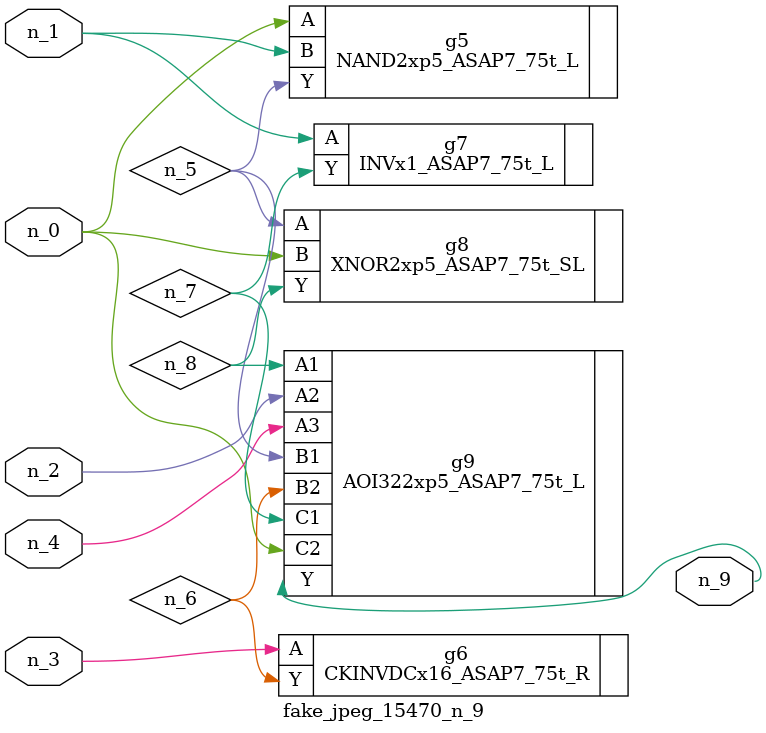
<source format=v>
module fake_jpeg_15470_n_9 (n_3, n_2, n_1, n_0, n_4, n_9);

input n_3;
input n_2;
input n_1;
input n_0;
input n_4;

output n_9;

wire n_8;
wire n_6;
wire n_5;
wire n_7;

NAND2xp5_ASAP7_75t_L g5 ( 
.A(n_0),
.B(n_1),
.Y(n_5)
);

CKINVDCx16_ASAP7_75t_R g6 ( 
.A(n_3),
.Y(n_6)
);

INVx1_ASAP7_75t_L g7 ( 
.A(n_1),
.Y(n_7)
);

XNOR2xp5_ASAP7_75t_SL g8 ( 
.A(n_5),
.B(n_0),
.Y(n_8)
);

AOI322xp5_ASAP7_75t_L g9 ( 
.A1(n_8),
.A2(n_2),
.A3(n_4),
.B1(n_5),
.B2(n_6),
.C1(n_7),
.C2(n_0),
.Y(n_9)
);


endmodule
</source>
